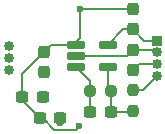
<source format=gtl>
G04 #@! TF.GenerationSoftware,KiCad,Pcbnew,8.0.6*
G04 #@! TF.CreationDate,2025-07-17T13:08:23-05:00*
G04 #@! TF.ProjectId,DetectorAcc,44657465-6374-46f7-9241-63632e6b6963,rev?*
G04 #@! TF.SameCoordinates,Original*
G04 #@! TF.FileFunction,Copper,L1,Top*
G04 #@! TF.FilePolarity,Positive*
%FSLAX46Y46*%
G04 Gerber Fmt 4.6, Leading zero omitted, Abs format (unit mm)*
G04 Created by KiCad (PCBNEW 8.0.6) date 2025-07-17 13:08:23*
%MOMM*%
%LPD*%
G01*
G04 APERTURE LIST*
G04 Aperture macros list*
%AMRoundRect*
0 Rectangle with rounded corners*
0 $1 Rounding radius*
0 $2 $3 $4 $5 $6 $7 $8 $9 X,Y pos of 4 corners*
0 Add a 4 corners polygon primitive as box body*
4,1,4,$2,$3,$4,$5,$6,$7,$8,$9,$2,$3,0*
0 Add four circle primitives for the rounded corners*
1,1,$1+$1,$2,$3*
1,1,$1+$1,$4,$5*
1,1,$1+$1,$6,$7*
1,1,$1+$1,$8,$9*
0 Add four rect primitives between the rounded corners*
20,1,$1+$1,$2,$3,$4,$5,0*
20,1,$1+$1,$4,$5,$6,$7,0*
20,1,$1+$1,$6,$7,$8,$9,0*
20,1,$1+$1,$8,$9,$2,$3,0*%
G04 Aperture macros list end*
G04 #@! TA.AperFunction,ComponentPad*
%ADD10C,0.850000*%
G04 #@! TD*
G04 #@! TA.AperFunction,ComponentPad*
%ADD11O,0.850000X0.850000*%
G04 #@! TD*
G04 #@! TA.AperFunction,ComponentPad*
%ADD12R,0.850000X0.850000*%
G04 #@! TD*
G04 #@! TA.AperFunction,SMDPad,CuDef*
%ADD13RoundRect,0.162500X-0.617500X-0.162500X0.617500X-0.162500X0.617500X0.162500X-0.617500X0.162500X0*%
G04 #@! TD*
G04 #@! TA.AperFunction,SMDPad,CuDef*
%ADD14RoundRect,0.237500X0.237500X-0.250000X0.237500X0.250000X-0.237500X0.250000X-0.237500X-0.250000X0*%
G04 #@! TD*
G04 #@! TA.AperFunction,SMDPad,CuDef*
%ADD15RoundRect,0.237500X-0.250000X-0.237500X0.250000X-0.237500X0.250000X0.237500X-0.250000X0.237500X0*%
G04 #@! TD*
G04 #@! TA.AperFunction,SMDPad,CuDef*
%ADD16RoundRect,0.237500X0.300000X0.237500X-0.300000X0.237500X-0.300000X-0.237500X0.300000X-0.237500X0*%
G04 #@! TD*
G04 #@! TA.AperFunction,SMDPad,CuDef*
%ADD17RoundRect,0.237500X-0.237500X0.300000X-0.237500X-0.300000X0.237500X-0.300000X0.237500X0.300000X0*%
G04 #@! TD*
G04 #@! TA.AperFunction,SMDPad,CuDef*
%ADD18RoundRect,0.237500X0.237500X-0.300000X0.237500X0.300000X-0.237500X0.300000X-0.237500X-0.300000X0*%
G04 #@! TD*
G04 #@! TA.AperFunction,SMDPad,CuDef*
%ADD19RoundRect,0.237500X-0.300000X-0.237500X0.300000X-0.237500X0.300000X0.237500X-0.300000X0.237500X0*%
G04 #@! TD*
G04 #@! TA.AperFunction,ViaPad*
%ADD20C,0.600000*%
G04 #@! TD*
G04 #@! TA.AperFunction,Conductor*
%ADD21C,0.200000*%
G04 #@! TD*
G04 APERTURE END LIST*
D10*
X129750000Y-78187500D03*
D11*
X129750000Y-79187500D03*
X129750000Y-80187500D03*
D12*
X142250000Y-77687500D03*
D11*
X142250000Y-78687500D03*
X142250000Y-79687500D03*
X142250000Y-80687500D03*
D13*
X135400000Y-78050000D03*
X135400000Y-79000000D03*
X135400000Y-79950000D03*
X138100000Y-79950000D03*
X138100000Y-78050000D03*
D14*
X140250000Y-83662500D03*
X140250000Y-81837500D03*
D15*
X136587500Y-82000000D03*
X138412500Y-82000000D03*
D16*
X132612500Y-82500000D03*
X130887500Y-82500000D03*
X134112500Y-84250000D03*
X132387500Y-84250000D03*
D17*
X132750000Y-78637500D03*
X132750000Y-80362500D03*
D18*
X140250000Y-76750000D03*
X140250000Y-75025000D03*
D17*
X140250000Y-78456250D03*
X140250000Y-80181250D03*
D19*
X136637500Y-83750000D03*
X138362500Y-83750000D03*
D20*
X135677403Y-84943100D03*
X134112500Y-84627401D03*
X135790200Y-75000001D03*
X135400000Y-79950000D03*
X132750000Y-80362500D03*
X132612500Y-82500000D03*
D21*
X133568749Y-85227401D02*
X135393102Y-85227401D01*
X132591348Y-84250000D02*
X133568749Y-85227401D01*
X135393102Y-85227401D02*
X135677403Y-84943100D01*
X132387500Y-84250000D02*
X132591348Y-84250000D01*
X130887500Y-82750000D02*
X132387500Y-84250000D01*
X130887500Y-82500000D02*
X130887500Y-82750000D01*
X140225001Y-75000001D02*
X140250000Y-75025000D01*
X135790200Y-75000001D02*
X140225001Y-75000001D01*
X135790200Y-77459800D02*
X135790200Y-75000001D01*
X135400000Y-77850000D02*
X135790200Y-77459800D01*
X135400000Y-78050000D02*
X135400000Y-77850000D01*
X136587500Y-83700000D02*
X136637500Y-83750000D01*
X136587500Y-82000000D02*
X136587500Y-83700000D01*
X136587500Y-81137500D02*
X136587500Y-82000000D01*
X135400000Y-79950000D02*
X136587500Y-81137500D01*
X140743750Y-79687500D02*
X140250000Y-80181250D01*
X142250000Y-79687500D02*
X140743750Y-79687500D01*
X141100000Y-81837500D02*
X142250000Y-80687500D01*
X140250000Y-81837500D02*
X141100000Y-81837500D01*
X140162500Y-83750000D02*
X140250000Y-83662500D01*
X138362500Y-83750000D02*
X140162500Y-83750000D01*
X138412500Y-83700000D02*
X138362500Y-83750000D01*
X138412500Y-82000000D02*
X138412500Y-83700000D01*
X138100000Y-81687500D02*
X138412500Y-82000000D01*
X138100000Y-79950000D02*
X138100000Y-81687500D01*
X139400000Y-76750000D02*
X138100000Y-78050000D01*
X140250000Y-76750000D02*
X139400000Y-76750000D01*
X141187500Y-77687500D02*
X140250000Y-76750000D01*
X142250000Y-77687500D02*
X141187500Y-77687500D01*
X142018750Y-78456250D02*
X142250000Y-78687500D01*
X140250000Y-78456250D02*
X142018750Y-78456250D01*
X135400000Y-79000000D02*
X139706250Y-79000000D01*
X139706250Y-79000000D02*
X140250000Y-78456250D01*
X133337500Y-78050000D02*
X135400000Y-78050000D01*
X132750000Y-78637500D02*
X133337500Y-78050000D01*
X130887500Y-80500000D02*
X132750000Y-78637500D01*
X130887500Y-82500000D02*
X130887500Y-80500000D01*
M02*

</source>
